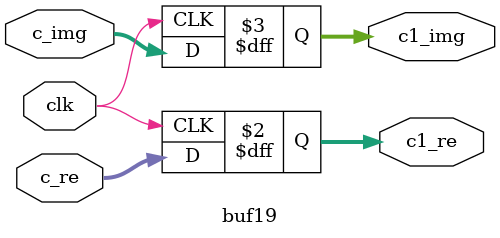
<source format=v>
`timescale 1ns / 1ps
module buf19(
    input [31:0] c_re,
    input [31:0] c_img,
    input clk,
    output reg [31:0] c1_re,
    output reg [31:0] c1_img
    );
always @(posedge clk) begin
c1_re<=c_re;
c1_img<=c_img;
end
endmodule

</source>
